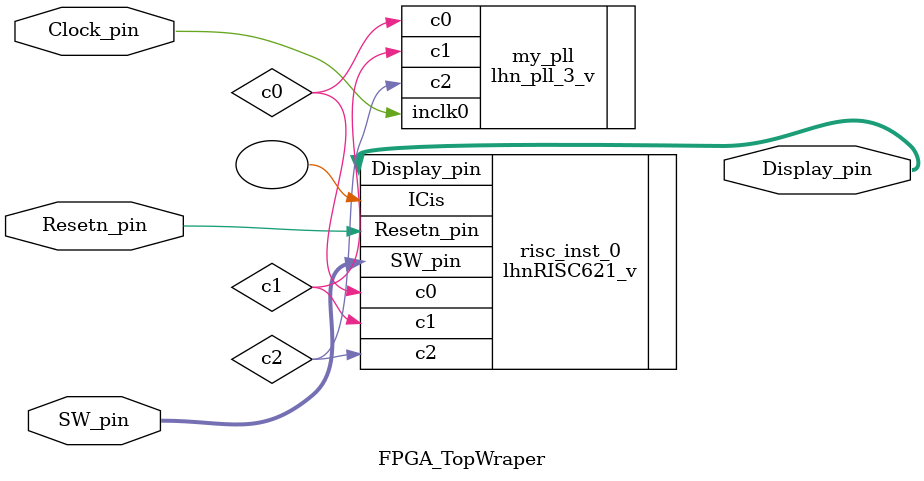
<source format=v>
module FPGA_TopWraper (
input         Resetn_pin , // Reset Signal from push button
input         Clock_pin  , // Clock Signal from FPGA 50 MHz Oscillator
input  [ 4:0] SW_pin     , // 4 user switches and one pushbutton
output [ 7:0] Display_pin  // 8 LEDs on the FPGA
);
wire c0;
wire c1;
wire c2;

lhnRISC621_v risc_inst_0(
	.Resetn_pin      ( Resetn_pin  ), 
	.c0              ( c0          ), 
   .c1              ( c1          ),
	.c2              ( c2          ),
	.SW_pin          ( SW_pin      ), 
	.Display_pin     ( Display_pin ), 
	.ICis            ( /*NC*/      )
);
defparam risc_inst_0.my_cache.my_ram.altsyncram_component.init_file = "wre_ram_1.mif";


lhn_pll_3_v my_pll (
	.inclk0 ( Clock_pin ),
	.c0     ( c0        ),
	.c1     ( c1        ),
	.c2     ( c2        )
);


endmodule

</source>
